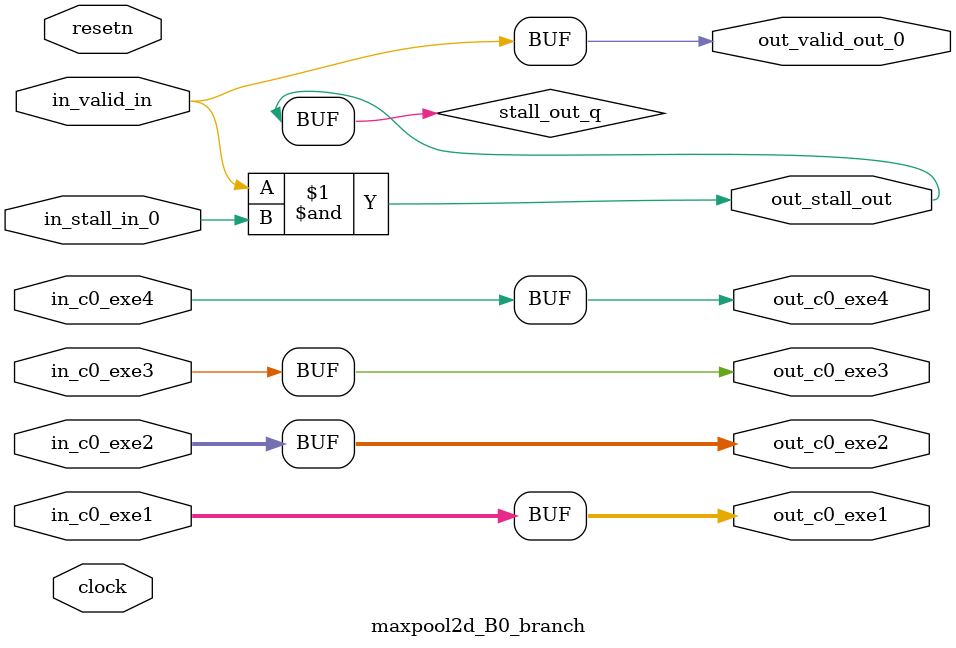
<source format=sv>



(* altera_attribute = "-name AUTO_SHIFT_REGISTER_RECOGNITION OFF; -name MESSAGE_DISABLE 10036; -name MESSAGE_DISABLE 10037; -name MESSAGE_DISABLE 14130; -name MESSAGE_DISABLE 14320; -name MESSAGE_DISABLE 15400; -name MESSAGE_DISABLE 14130; -name MESSAGE_DISABLE 10036; -name MESSAGE_DISABLE 12020; -name MESSAGE_DISABLE 12030; -name MESSAGE_DISABLE 12010; -name MESSAGE_DISABLE 12110; -name MESSAGE_DISABLE 14320; -name MESSAGE_DISABLE 13410; -name MESSAGE_DISABLE 113007; -name MESSAGE_DISABLE 10958" *)
module maxpool2d_B0_branch (
    input wire [63:0] in_c0_exe1,
    input wire [63:0] in_c0_exe2,
    input wire [0:0] in_c0_exe3,
    input wire [0:0] in_c0_exe4,
    input wire [0:0] in_stall_in_0,
    input wire [0:0] in_valid_in,
    output wire [63:0] out_c0_exe1,
    output wire [63:0] out_c0_exe2,
    output wire [0:0] out_c0_exe3,
    output wire [0:0] out_c0_exe4,
    output wire [0:0] out_stall_out,
    output wire [0:0] out_valid_out_0,
    input wire clock,
    input wire resetn
    );

    wire [0:0] stall_out_q;


    // out_c0_exe1(GPOUT,8)
    assign out_c0_exe1 = in_c0_exe1;

    // out_c0_exe2(GPOUT,9)
    assign out_c0_exe2 = in_c0_exe2;

    // out_c0_exe3(GPOUT,10)
    assign out_c0_exe3 = in_c0_exe3;

    // out_c0_exe4(GPOUT,11)
    assign out_c0_exe4 = in_c0_exe4;

    // stall_out(LOGICAL,14)
    assign stall_out_q = in_valid_in & in_stall_in_0;

    // out_stall_out(GPOUT,12)
    assign out_stall_out = stall_out_q;

    // out_valid_out_0(GPOUT,13)
    assign out_valid_out_0 = in_valid_in;

endmodule

</source>
